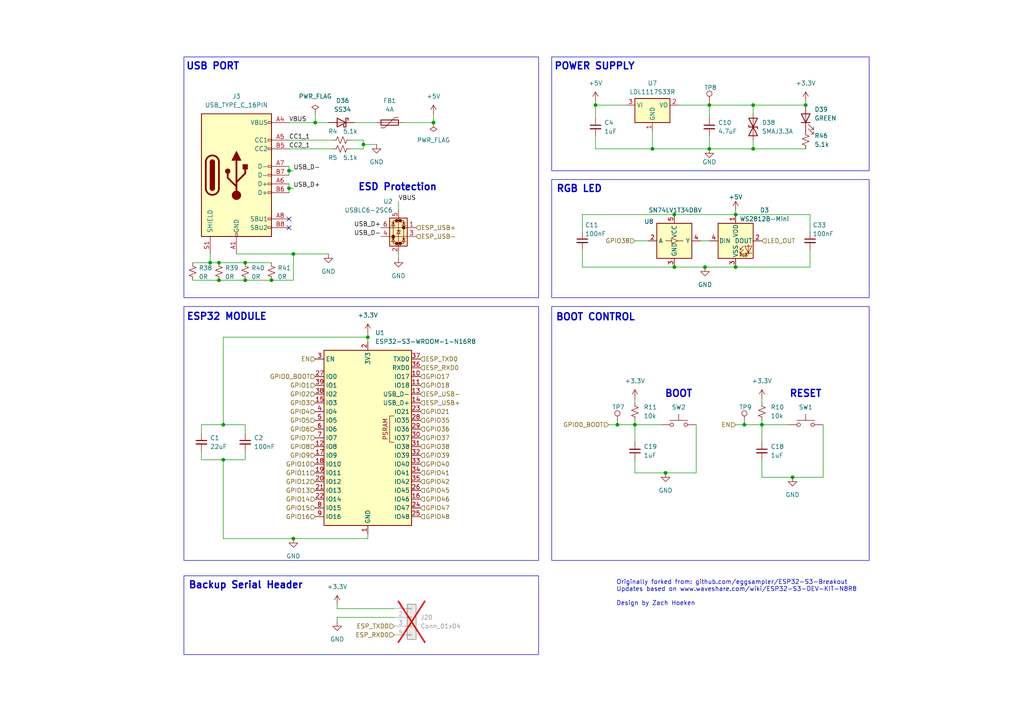
<source format=kicad_sch>
(kicad_sch (version 20250114) (generator "eeschema") (generator_version "9.0")
  (paper "A4")
  (title_block (title "https://github.com/hoeken/brineomatic") (date "2025-08-28") (rev "C"))
  (lib_symbols
    (symbol "Connector:TestPoint" (pin_numbers (hide yes)) (pin_names (offset 0.762) (hide yes))
      (property "Reference" "TP" (at 0 6.858 0))
      (property "Value" "TestPoint" (at 0 5.08 0))
      (symbol "TestPoint_0_1"
        (circle (center 0 3.302) (radius 0.762))
      )
      (symbol "TestPoint_1_1"
        (pin passive line (at 0 0 90) (length 2.54) (name "1") (number "1"))
      )
    )
    (symbol "Connector:USB_C_Receptacle_USB2.0_16P" (pin_names (offset 1.016))
      (property "Reference" "J" (at 0 22.225 0))
      (property "Value" "USB_C_Receptacle_USB2.0_16P" (at 0 19.685 0))
      (symbol "USB_C_Receptacle_USB2.0_16P_0_0"
        (rectangle (start -0.254 -17.78) (end 0.254 -16.764))
        (rectangle (start 10.16 15.494) (end 9.144 14.986))
        (rectangle (start 10.16 10.414) (end 9.144 9.906))
        (rectangle (start 10.16 7.874) (end 9.144 7.366))
        (rectangle (start 10.16 2.794) (end 9.144 2.286))
        (rectangle (start 10.16 0.254) (end 9.144 -0.254))
        (rectangle (start 10.16 -2.286) (end 9.144 -2.794))
        (rectangle (start 10.16 -4.826) (end 9.144 -5.334))
        (rectangle (start 10.16 -12.446) (end 9.144 -12.954))
        (rectangle (start 10.16 -14.986) (end 9.144 -15.494))
      )
      (symbol "USB_C_Receptacle_USB2.0_16P_0_1"
        (rectangle (start -10.16 17.78) (end 10.16 -17.78) (stroke (width 0.254)) (fill (type background)))
        (polyline (pts (xy -8.89 -3.81) (xy -8.89 3.81)) (stroke (width 0.508)))
        (rectangle (start -7.62 -3.81) (end -6.35 3.81) (stroke (width 0.254)) (fill (type outline)))
        (arc (start -7.62 3.81) (mid -6.985 4.4423) (end -6.35 3.81) (stroke (width 0.254)))
        (arc (start -7.62 3.81) (mid -6.985 4.4423) (end -6.35 3.81) (stroke (width 0.254)) (fill (type outline)))
        (arc (start -8.89 3.81) (mid -6.985 5.7067) (end -5.08 3.81) (stroke (width 0.508)))
        (arc (start -5.08 -3.81) (mid -6.985 -5.7067) (end -8.89 -3.81) (stroke (width 0.508)))
        (arc (start -6.35 -3.81) (mid -6.985 -4.4423) (end -7.62 -3.81) (stroke (width 0.254)))
        (arc (start -6.35 -3.81) (mid -6.985 -4.4423) (end -7.62 -3.81) (stroke (width 0.254)) (fill (type outline)))
        (polyline (pts (xy -5.08 3.81) (xy -5.08 -3.81)) (stroke (width 0.508)))
        (circle (center -2.54 1.143) (radius 0.635) (stroke (width 0.254)) (fill (type outline)))
        (polyline (pts (xy -1.27 4.318) (xy 0 6.858) (xy 1.27 4.318) (xy -1.27 4.318)) (stroke (width 0.254)) (fill (type outline)))
        (polyline (pts (xy 0 -2.032) (xy 2.54 0.508) (xy 2.54 1.778)) (stroke (width 0.508)))
        (polyline (pts (xy 0 -3.302) (xy -2.54 -0.762) (xy -2.54 0.508)) (stroke (width 0.508)))
        (polyline (pts (xy 0 -5.842) (xy 0 4.318)) (stroke (width 0.508)))
        (circle (center 0 -5.842) (radius 1.27) (fill (type outline)))
        (rectangle (start 1.905 1.778) (end 3.175 3.048) (stroke (width 0.254)) (fill (type outline)))
      )
      (symbol "USB_C_Receptacle_USB2.0_16P_1_1"
        (pin passive line (at -7.62 -22.86 90) (length 5.08) (name "SHIELD") (number "S1"))
        (pin passive line (at 0 -22.86 90) (length 5.08) (name "GND") (number "A1"))
        (pin passive line (at 0 -22.86 90) (length 5.08) (hide yes) (name "GND") (number "A12"))
        (pin passive line (at 0 -22.86 90) (length 5.08) (hide yes) (name "GND") (number "B1"))
        (pin passive line (at 0 -22.86 90) (length 5.08) (hide yes) (name "GND") (number "B12"))
        (pin passive line (at 15.24 15.24 180) (length 5.08) (name "VBUS") (number "A4"))
        (pin passive line (at 15.24 15.24 180) (length 5.08) (hide yes) (name "VBUS") (number "A9"))
        (pin passive line (at 15.24 15.24 180) (length 5.08) (hide yes) (name "VBUS") (number "B4"))
        (pin passive line (at 15.24 15.24 180) (length 5.08) (hide yes) (name "VBUS") (number "B9"))
        (pin bidirectional line (at 15.24 10.16 180) (length 5.08) (name "CC1") (number "A5"))
        (pin bidirectional line (at 15.24 7.62 180) (length 5.08) (name "CC2") (number "B5"))
        (pin bidirectional line (at 15.24 2.54 180) (length 5.08) (name "D-") (number "A7"))
        (pin bidirectional line (at 15.24 0 180) (length 5.08) (name "D-") (number "B7"))
        (pin bidirectional line (at 15.24 -2.54 180) (length 5.08) (name "D+") (number "A6"))
        (pin bidirectional line (at 15.24 -5.08 180) (length 5.08) (name "D+") (number "B6"))
        (pin bidirectional line (at 15.24 -12.7 180) (length 5.08) (name "SBU1") (number "A8"))
        (pin bidirectional line (at 15.24 -15.24 180) (length 5.08) (name "SBU2") (number "B8"))
      )
    )
    (symbol "Connector_Generic:Conn_01x04" (pin_names (offset 1.016) (hide yes))
      (property "Reference" "J" (at 0 5.08 0))
      (property "Value" "Conn_01x04" (at 0 -7.62 0))
      (symbol "Conn_01x04_1_1"
        (rectangle (start -1.27 3.81) (end 1.27 -6.35) (stroke (width 0.254)) (fill (type background)))
        (rectangle (start -1.27 2.667) (end 0 2.413) (stroke (width 0.1524)))
        (rectangle (start -1.27 0.127) (end 0 -0.127) (stroke (width 0.1524)))
        (rectangle (start -1.27 -2.413) (end 0 -2.667) (stroke (width 0.1524)))
        (rectangle (start -1.27 -4.953) (end 0 -5.207) (stroke (width 0.1524)))
        (pin passive line (at -5.08 2.54 0) (length 3.81) (name "Pin_1") (number "1"))
        (pin passive line (at -5.08 0 0) (length 3.81) (name "Pin_2") (number "2"))
        (pin passive line (at -5.08 -2.54 0) (length 3.81) (name "Pin_3") (number "3"))
        (pin passive line (at -5.08 -5.08 0) (length 3.81) (name "Pin_4") (number "4"))
      )
    )
    (symbol "Device:C_Small" (pin_numbers (hide yes)) (pin_names (offset 0.254) (hide yes))
      (property "Reference" "C" (at 0.254 1.778 0))
      (property "Value" "C_Small" (at 0.254 -2.032 0))
      (symbol "C_Small_0_1"
        (polyline (pts (xy -1.524 0.508) (xy 1.524 0.508)) (stroke (width 0.3048)))
        (polyline (pts (xy -1.524 -0.508) (xy 1.524 -0.508)) (stroke (width 0.3302)))
      )
      (symbol "C_Small_1_1"
        (pin passive line (at 0 2.54 270) (length 2.032) (name "~") (number "1"))
        (pin passive line (at 0 -2.54 90) (length 2.032) (name "~") (number "2"))
      )
    )
    (symbol "Device:D_TVS" (pin_numbers (hide yes)) (pin_names (offset 1.016) (hide yes))
      (property "Reference" "D" (at 0 2.54 0))
      (property "Value" "D_TVS" (at 0 -2.54 0))
      (symbol "D_TVS_0_1"
        (polyline (pts (xy -2.54 1.27) (xy -2.54 -1.27) (xy 2.54 1.27) (xy 2.54 -1.27) (xy -2.54 1.27)) (stroke (width 0.254)))
        (polyline (pts (xy 0.508 1.27) (xy 0 1.27) (xy 0 -1.27) (xy -0.508 -1.27)) (stroke (width 0.254)))
        (polyline (pts (xy 1.27 0) (xy -1.27 0)))
      )
      (symbol "D_TVS_1_1"
        (pin passive line (at -3.81 0 0) (length 2.54) (name "A1") (number "1"))
        (pin passive line (at 3.81 0 180) (length 2.54) (name "A2") (number "2"))
      )
    )
    (symbol "Device:LED" (pin_numbers (hide yes)) (pin_names (offset 1.016) (hide yes))
      (property "Reference" "D" (at 0 2.54 0))
      (property "Value" "LED" (at 0 -2.54 0))
      (symbol "LED_0_1"
        (polyline (pts (xy -3.048 -0.762) (xy -4.572 -2.286) (xy -3.81 -2.286) (xy -4.572 -2.286) (xy -4.572 -1.524)))
        (polyline (pts (xy -1.778 -0.762) (xy -3.302 -2.286) (xy -2.54 -2.286) (xy -3.302 -2.286) (xy -3.302 -1.524)))
        (polyline (pts (xy -1.27 0) (xy 1.27 0)))
        (polyline (pts (xy -1.27 -1.27) (xy -1.27 1.27)) (stroke (width 0.254)))
        (polyline (pts (xy 1.27 -1.27) (xy 1.27 1.27) (xy -1.27 0) (xy 1.27 -1.27)) (stroke (width 0.254)))
      )
      (symbol "LED_1_1"
        (pin passive line (at -3.81 0 0) (length 2.54) (name "K") (number "1"))
        (pin passive line (at 3.81 0 180) (length 2.54) (name "A") (number "2"))
      )
    )
    (symbol "Device:Polyfuse" (pin_numbers (hide yes)) (pin_names (offset 0))
      (property "Reference" "F" (at -2.54 0 90))
      (property "Value" "Polyfuse" (at 2.54 0 90))
      (symbol "Polyfuse_0_1"
        (polyline (pts (xy -1.524 2.54) (xy -1.524 1.524) (xy 1.524 -1.524) (xy 1.524 -2.54)))
        (rectangle (start -0.762 2.54) (end 0.762 -2.54) (stroke (width 0.254)))
        (polyline (pts (xy 0 2.54) (xy 0 -2.54)))
      )
      (symbol "Polyfuse_1_1"
        (pin passive line (at 0 3.81 270) (length 1.27) (name "~") (number "1"))
        (pin passive line (at 0 -3.81 90) (length 1.27) (name "~") (number "2"))
      )
    )
    (symbol "Device:R_Small_US" (pin_numbers (hide yes)) (pin_names (offset 0.254) (hide yes))
      (property "Reference" "R" (at 0.762 0.508 0))
      (property "Value" "R_Small_US" (at 0.762 -1.016 0))
      (symbol "R_Small_US_1_1"
        (polyline (pts (xy 0 1.524) (xy 1.016 1.143) (xy 0 0.762) (xy -1.016 0.381) (xy 0 0)))
        (polyline (pts (xy 0 0) (xy 1.016 -0.381) (xy 0 -0.762) (xy -1.016 -1.143) (xy 0 -1.524)))
        (pin passive line (at 0 2.54 270) (length 1.016) (name "~") (number "1"))
        (pin passive line (at 0 -2.54 90) (length 1.016) (name "~") (number "2"))
      )
    )
    (symbol "Diode:SS36" (pin_numbers (hide yes)) (pin_names (offset 1.016) (hide yes))
      (property "Reference" "D" (at 0 2.54 0))
      (property "Value" "SS36" (at 0 -2.54 0))
      (symbol "SS36_0_1"
        (polyline (pts (xy -1.905 0.635) (xy -1.905 1.27) (xy -1.27 1.27) (xy -1.27 -1.27) (xy -0.635 -1.27) (xy -0.635 -0.635)) (stroke (width 0.254)))
        (polyline (pts (xy 1.27 1.27) (xy 1.27 -1.27) (xy -1.27 0) (xy 1.27 1.27)) (stroke (width 0.254)))
        (polyline (pts (xy 1.27 0) (xy -1.27 0)))
      )
      (symbol "SS36_1_1"
        (pin passive line (at -3.81 0 0) (length 2.54) (name "K") (number "1"))
        (pin passive line (at 3.81 0 180) (length 2.54) (name "A") (number "2"))
      )
    )
    (symbol "LED:WS2812B" (pin_names (offset 0.254))
      (property "Reference" "D" (at 5.08 5.715 0))
      (property "Value" "WS2812B" (at 1.27 -5.715 0))
      (symbol "WS2812B_0_0"
        (text "RGB" (at 2.286 -4.191 0) (effects (font (size 0.762 0.762))))
      )
      (symbol "WS2812B_0_1"
        (polyline (pts (xy 1.27 -2.54) (xy 1.778 -2.54)))
        (polyline (pts (xy 1.27 -3.556) (xy 1.778 -3.556)))
        (polyline (pts (xy 2.286 -1.524) (xy 1.27 -2.54) (xy 1.27 -2.032)))
        (polyline (pts (xy 2.286 -2.54) (xy 1.27 -3.556) (xy 1.27 -3.048)))
        (polyline (pts (xy 3.683 -1.016) (xy 3.683 -3.556) (xy 3.683 -4.064)))
        (polyline (pts (xy 4.699 -1.524) (xy 2.667 -1.524) (xy 3.683 -3.556) (xy 4.699 -1.524)))
        (polyline (pts (xy 4.699 -3.556) (xy 2.667 -3.556)))
        (rectangle (start 5.08 5.08) (end -5.08 -5.08) (stroke (width 0.254)) (fill (type background)))
      )
      (symbol "WS2812B_1_1"
        (pin input line (at -7.62 0 0) (length 2.54) (name "DIN") (number "4"))
        (pin power_in line (at 0 7.62 270) (length 2.54) (name "VDD") (number "1"))
        (pin power_in line (at 0 -7.62 90) (length 2.54) (name "VSS") (number "3"))
        (pin output line (at 7.62 0 180) (length 2.54) (name "DOUT") (number "2"))
      )
    )
    (symbol "Logic_LevelTranslator:SN74LV1T34DBV"
      (property "Reference" "U" (at 5.08 6.35 0))
      (property "Value" "SN74LV1T34DBV" (at 5.08 3.81 0))
      (symbol "SN74LV1T34DBV_0_1"
        (rectangle (start -5.08 5.08) (end 5.08 -5.08) (stroke (width 0.254)) (fill (type background)))
        (polyline (pts (xy -0.762 0) (xy -2.54 0)))
        (polyline (pts (xy 1.016 0) (xy 2.54 0)))
      )
      (symbol "SN74LV1T34DBV_1_1"
        (polyline (pts (xy -0.762 -0.762) (xy -0.762 0.762) (xy 1.016 0) (xy -0.762 -0.762)))
        (pin input line (at -7.62 0 0) (length 2.54) (name "A") (number "2"))
        (pin no_connect line (at -5.08 2.54 0) (length 2.54) (hide yes) (name "NC") (number "1"))
        (pin power_in line (at 0 7.62 270) (length 2.54) (name "VCC") (number "5"))
        (pin power_in line (at 0 -7.62 90) (length 2.54) (name "GND") (number "3"))
        (pin output line (at 7.62 0 180) (length 2.54) (name "Y") (number "4"))
      )
    )
    (symbol "RF_Module:ESP32-S3-WROOM-1"
      (property "Reference" "U" (at -12.7 26.67 0))
      (property "Value" "ESP32-S3-WROOM-1" (at 12.7 26.67 0))
      (symbol "ESP32-S3-WROOM-1_0_0"
        (rectangle (start -12.7 25.4) (end 12.7 -25.4) (stroke (width 0.254)) (fill (type background)))
        (text "PSRAM" (at 5.08 2.54 900) (effects (font (size 1.27 1.27))))
      )
      (symbol "ESP32-S3-WROOM-1_0_1"
        (polyline (pts (xy 7.62 -1.27) (xy 6.35 -1.27) (xy 6.35 6.35) (xy 7.62 6.35)))
      )
      (symbol "ESP32-S3-WROOM-1_1_1"
        (pin input line (at -15.24 22.86 0) (length 2.54) (name "EN") (number "3"))
        (pin bidirectional line (at -15.24 17.78 0) (length 2.54) (name "IO0") (number "27"))
        (pin bidirectional line (at -15.24 15.24 0) (length 2.54) (name "IO1") (number "39"))
        (pin bidirectional line (at -15.24 12.7 0) (length 2.54) (name "IO2") (number "38"))
        (pin bidirectional line (at -15.24 10.16 0) (length 2.54) (name "IO3") (number "15"))
        (pin bidirectional line (at -15.24 7.62 0) (length 2.54) (name "IO4") (number "4"))
        (pin bidirectional line (at -15.24 5.08 0) (length 2.54) (name "IO5") (number "5"))
        (pin bidirectional line (at -15.24 2.54 0) (length 2.54) (name "IO6") (number "6"))
        (pin bidirectional line (at -15.24 0 0) (length 2.54) (name "IO7") (number "7"))
        (pin bidirectional line (at -15.24 -2.54 0) (length 2.54) (name "IO8") (number "12"))
        (pin bidirectional line (at -15.24 -5.08 0) (length 2.54) (name "IO9") (number "17"))
        (pin bidirectional line (at -15.24 -7.62 0) (length 2.54) (name "IO10") (number "18"))
        (pin bidirectional line (at -15.24 -10.16 0) (length 2.54) (name "IO11") (number "19"))
        (pin bidirectional line (at -15.24 -12.7 0) (length 2.54) (name "IO12") (number "20"))
        (pin bidirectional line (at -15.24 -15.24 0) (length 2.54) (name "IO13") (number "21"))
        (pin bidirectional line (at -15.24 -17.78 0) (length 2.54) (name "IO14") (number "22"))
        (pin bidirectional line (at -15.24 -20.32 0) (length 2.54) (name "IO15") (number "8"))
        (pin bidirectional line (at -15.24 -22.86 0) (length 2.54) (name "IO16") (number "9"))
        (pin power_in line (at 0 27.94 270) (length 2.54) (name "3V3") (number "2"))
        (pin power_in line (at 0 -27.94 90) (length 2.54) (name "GND") (number "1"))
        (pin passive line (at 0 -27.94 90) (length 2.54) (hide yes) (name "GND") (number "40"))
        (pin passive line (at 0 -27.94 90) (length 2.54) (hide yes) (name "GND") (number "41"))
        (pin bidirectional line (at 15.24 22.86 180) (length 2.54) (name "TXD0") (number "37"))
        (pin bidirectional line (at 15.24 20.32 180) (length 2.54) (name "RXD0") (number "36"))
        (pin bidirectional line (at 15.24 17.78 180) (length 2.54) (name "IO17") (number "10"))
        (pin bidirectional line (at 15.24 15.24 180) (length 2.54) (name "IO18") (number "11"))
        (pin bidirectional line (at 15.24 12.7 180) (length 2.54) (name "USB_D-") (number "13"))
        (pin bidirectional line (at 15.24 10.16 180) (length 2.54) (name "USB_D+") (number "14"))
        (pin bidirectional line (at 15.24 7.62 180) (length 2.54) (name "IO21") (number "23"))
        (pin bidirectional line (at 15.24 5.08 180) (length 2.54) (name "IO35") (number "28"))
        (pin bidirectional line (at 15.24 2.54 180) (length 2.54) (name "IO36") (number "29"))
        (pin bidirectional line (at 15.24 0 180) (length 2.54) (name "IO37") (number "30"))
        (pin bidirectional line (at 15.24 -2.54 180) (length 2.54) (name "IO38") (number "31"))
        (pin bidirectional line (at 15.24 -5.08 180) (length 2.54) (name "IO39") (number "32"))
        (pin bidirectional line (at 15.24 -7.62 180) (length 2.54) (name "IO40") (number "33"))
        (pin bidirectional line (at 15.24 -10.16 180) (length 2.54) (name "IO41") (number "34"))
        (pin bidirectional line (at 15.24 -12.7 180) (length 2.54) (name "IO42") (number "35"))
        (pin bidirectional line (at 15.24 -15.24 180) (length 2.54) (name "IO45") (number "26"))
        (pin bidirectional line (at 15.24 -17.78 180) (length 2.54) (name "IO46") (number "16"))
        (pin bidirectional line (at 15.24 -20.32 180) (length 2.54) (name "IO47") (number "24"))
        (pin bidirectional line (at 15.24 -22.86 180) (length 2.54) (name "IO48") (number "25"))
      )
    )
    (symbol "Regulator_Linear:AMS1117-3.3"
      (property "Reference" "U" (at -3.81 3.175 0))
      (property "Value" "AMS1117-3.3" (at 0 3.175 0))
      (symbol "AMS1117-3.3_0_1"
        (rectangle (start -5.08 -5.08) (end 5.08 1.905) (stroke (width 0.254)) (fill (type background)))
      )
      (symbol "AMS1117-3.3_1_1"
        (pin power_in line (at -7.62 0 0) (length 2.54) (name "VI") (number "3"))
        (pin power_in line (at 0 -7.62 90) (length 2.54) (name "GND") (number "1"))
        (pin power_out line (at 7.62 0 180) (length 2.54) (name "VO") (number "2"))
      )
    )
    (symbol "Switch:SW_Push" (pin_numbers (hide yes)) (pin_names (offset 1.016) (hide yes))
      (property "Reference" "SW" (at 1.27 2.54 0))
      (property "Value" "SW_Push" (at 0 -1.524 0))
      (symbol "SW_Push_0_1"
        (circle (center -2.032 0) (radius 0.508))
        (polyline (pts (xy 0 1.27) (xy 0 3.048)))
        (circle (center 2.032 0) (radius 0.508))
        (polyline (pts (xy 2.54 1.27) (xy -2.54 1.27)))
        (pin passive line (at -5.08 0 0) (length 2.54) (name "1") (number "1"))
        (pin passive line (at 5.08 0 180) (length 2.54) (name "2") (number "2"))
      )
    )
    (symbol "USBLC6-2SC6_1" (pin_names (hide yes))
      (property "Reference" "U" (at 0.635 5.715 0))
      (property "Value" "USBLC6-2SC6" (at 0.635 3.81 0))
      (symbol "USBLC6-2SC6_1_0_0"
        (circle (center -1.524 0) (radius 0.0001) (stroke (width 0.508)))
        (circle (center -0.508 2.032) (radius 0.0001) (stroke (width 0.508)))
        (circle (center -0.508 -4.572) (radius 0.0001) (stroke (width 0.508)))
        (circle (center 0.508 2.032) (radius 0.0001) (stroke (width 0.508)))
        (circle (center 0.508 -4.572) (radius 0.0001) (stroke (width 0.508)))
        (circle (center 1.524 -2.54) (radius 0.0001) (stroke (width 0.508)))
      )
      (symbol "USBLC6-2SC6_1_0_1"
        (polyline (pts (xy -2.54 0) (xy 2.54 0)))
        (polyline (pts (xy -2.54 -2.54) (xy 2.54 -2.54)))
        (polyline (pts (xy -2.032 0.508) (xy -1.016 0.508) (xy -1.524 1.524) (xy -2.032 0.508)))
        (polyline (pts (xy -2.032 -3.048) (xy -1.016 -3.048)))
        (polyline (pts (xy -1.016 1.524) (xy -2.032 1.524)))
        (polyline (pts (xy -1.016 -4.064) (xy -2.032 -4.064) (xy -1.524 -3.048) (xy -1.016 -4.064)))
        (polyline (pts (xy -0.508 -1.143) (xy -0.508 -0.762) (xy 0.508 -0.762)))
        (polyline (pts (xy 0 2.54) (xy -0.508 2.032) (xy 0.508 2.032) (xy 0 1.524) (xy 0 -4.064) (xy -0.508 -4.572) (xy 0.508 -4.572) (xy 0 -5.08)))
        (polyline (pts (xy 0.508 -1.778) (xy -0.508 -1.778) (xy 0 -0.762) (xy 0.508 -1.778)))
        (polyline (pts (xy 1.016 1.524) (xy 2.032 1.524)))
        (polyline (pts (xy 1.016 -3.048) (xy 2.032 -3.048)))
        (polyline (pts (xy 2.032 0.508) (xy 1.016 0.508) (xy 1.524 1.524) (xy 2.032 0.508)))
        (polyline (pts (xy 2.032 -4.064) (xy 1.016 -4.064) (xy 1.524 -3.048) (xy 2.032 -4.064)))
      )
      (symbol "USBLC6-2SC6_1_1_1"
        (rectangle (start -2.54 2.794) (end 2.54 -5.334) (stroke (width 0.254)) (fill (type background)))
        (polyline (pts (xy -0.508 2.032) (xy -1.524 2.032) (xy -1.524 -4.572) (xy -0.508 -4.572)))
        (polyline (pts (xy 0.508 -4.572) (xy 1.524 -4.572) (xy 1.524 2.032) (xy 0.508 2.032)))
        (pin passive line (at -5.08 0 0) (length 2.54) (name "I/O1") (number "1"))
        (pin passive line (at -5.08 -2.54 0) (length 2.54) (name "I/O2") (number "3"))
        (pin passive line (at 0 5.08 270) (length 2.54) (name "VBUS") (number "5"))
        (pin passive line (at 0 -7.62 90) (length 2.54) (name "GND") (number "2"))
        (pin passive line (at 5.08 0 180) (length 2.54) (name "I/O1") (number "6"))
        (pin passive line (at 5.08 -2.54 180) (length 2.54) (name "I/O2") (number "4"))
      )
    )
    (symbol "power:+3.3V" (power) (pin_numbers (hide yes)) (pin_names (offset 0) (hide yes))
      (property "Value" "+3.3V" (at 0 3.556 0))
      (symbol "+3.3V_0_1"
        (polyline (pts (xy -0.762 1.27) (xy 0 2.54)))
        (polyline (pts (xy 0 2.54) (xy 0.762 1.27)))
        (polyline (pts (xy 0 0) (xy 0 2.54)))
      )
      (symbol "+3.3V_1_1"
        (pin power_in line (at 0 0 90) (length 0) (name "~") (number "1"))
      )
    )
    (symbol "power:+5V" (power) (pin_numbers (hide yes)) (pin_names (offset 0) (hide yes))
      (property "Value" "+5V" (at 0 3.556 0))
      (symbol "+5V_0_1"
        (polyline (pts (xy -0.762 1.27) (xy 0 2.54)))
        (polyline (pts (xy 0 2.54) (xy 0.762 1.27)))
        (polyline (pts (xy 0 0) (xy 0 2.54)))
      )
      (symbol "+5V_1_1"
        (pin power_in line (at 0 0 90) (length 0) (name "~") (number "1"))
      )
    )
    (symbol "power:GND" (power) (pin_numbers (hide yes)) (pin_names (offset 0) (hide yes))
      (property "Value" "GND" (at 0 -3.81 0))
      (symbol "GND_0_1"
        (polyline (pts (xy 0 0) (xy 0 -1.27) (xy 1.27 -1.27) (xy 0 -2.54) (xy -1.27 -1.27) (xy 0 -1.27)))
      )
      (symbol "GND_1_1"
        (pin power_in line (at 0 0 270) (length 0) (name "~") (number "1"))
      )
    )
    (symbol "power:PWR_FLAG" (power) (pin_numbers (hide yes)) (pin_names (offset 0) (hide yes))
      (property "Value" "PWR_FLAG" (at 0 3.81 0))
      (symbol "PWR_FLAG_0_0"
        (pin power_out line (at 0 0 90) (length 0) (name "pwr") (number "1"))
      )
      (symbol "PWR_FLAG_0_1"
        (polyline (pts (xy 0 0) (xy 0 1.27) (xy -1.016 1.905) (xy 0 2.54) (xy 1.016 1.905) (xy 0 1.27)))
      )
    )
  )
  (rectangle (start 53.34 16.51) (end 156.21 86.36))
  (rectangle (start 160.02 88.9) (end 252.095 162.56))
  (rectangle (start 160.02 16.51) (end 252.095 49.53))
  (rectangle (start 53.34 88.9) (end 156.21 162.56))
  (rectangle (start 160.02 52.07) (end 252.095 86.36))
  (rectangle (start 53.34 167.005) (end 156.21 189.865))
  (text "RESET" (at 233.68 114.3 0) (effects (font (size 2 2) (thickness 0.4) (bold yes))))
  (text "BOOT CONTROL" (at 172.72 92.075 0) (effects (font (size 2 2) (thickness 0.4) (bold yes))))
  (text "ESD Protection" (at 115.316 54.356 0) (effects (font (size 2 2) (thickness 0.4) (bold yes))))
  (text "Backup Serial Header" (at 54.61 169.799 0) (effects (font (size 2 2) (thickness 0.4) (bold yes)) (justify left)))
  (text "ESP32 MODULE" (at 65.786 91.948 0) (effects (font (size 2 2) (thickness 0.4) (bold yes))))
  (text "BOOT" (at 196.85 114.3 0) (effects (font (size 2 2) (thickness 0.4) (bold yes))))
  (text "RGB LED" (at 161.29 54.864 0) (effects (font (size 2 2) (thickness 0.4) (bold yes)) (justify left)))
  (text "POWER SUPPLY" (at 172.466 19.304 0) (effects (font (size 2 2) (thickness 0.4) (bold yes))))
  (text "USB PORT" (at 61.722 19.304 0) (effects (font (size 2 2) (thickness 0.4) (bold yes))))
  (text_box "Originally forked from: github.com/eggsampler/ESP32-S3-Breakout\nUpdates based on www.waveshare.com/wiki/ESP32-S3-DEV-KIT-N8R8\n\nDesign by Zach Hoeken" (at 177.8 167.005 0) (size 105.41 13.97) (margins 0.9525 0.9525 0.9525 0.9525) (stroke (width -0.0001)) (effects (font (size 1.27 1.27)) (justify left top)))
  (junction (at 205.74 30.48))
  (junction (at 85.09 73.66))
  (junction (at 63.5 81.28))
  (junction (at 204.47 77.47))
  (junction (at 220.98 123.19))
  (junction (at 233.68 30.48))
  (junction (at 195.58 62.23))
  (junction (at 125.73 35.56))
  (junction (at 195.58 77.47))
  (junction (at 218.44 30.48))
  (junction (at 215.9 123.19))
  (junction (at 83.82 54.61))
  (junction (at 83.82 49.53))
  (junction (at 91.44 35.56))
  (junction (at 71.12 76.2))
  (junction (at 184.15 123.19))
  (junction (at 85.09 156.21))
  (junction (at 172.72 30.48))
  (junction (at 213.36 77.47))
  (junction (at 105.41 41.91))
  (junction (at 64.77 133.35))
  (junction (at 63.5 76.2))
  (junction (at 205.74 43.18))
  (junction (at 213.36 62.23))
  (junction (at 71.12 81.28))
  (junction (at 193.04 137.16))
  (junction (at 189.23 43.18))
  (junction (at 229.87 138.43))
  (junction (at 179.07 123.19))
  (junction (at 78.74 81.28))
  (junction (at 64.77 123.19))
  (junction (at 106.68 97.79))
  (junction (at 60.96 76.2))
  (junction (at 218.44 43.18))
  (no_connect (at 83.82 63.5))
  (no_connect (at 83.82 66.04))
  (wire (pts (xy 172.72 29.21) (xy 172.72 30.48)))
  (wire (pts (xy 83.82 53.34) (xy 83.82 54.61)))
  (wire (pts (xy 85.09 81.28) (xy 85.09 73.66)))
  (wire (pts (xy 218.44 30.48) (xy 218.44 33.02)))
  (wire (pts (xy 83.82 48.26) (xy 83.82 49.53)))
  (wire (pts (xy 172.72 39.37) (xy 172.72 43.18)))
  (wire (pts (xy 220.98 123.19) (xy 220.98 128.27)))
  (wire (pts (xy 179.07 123.19) (xy 184.15 123.19)))
  (wire (pts (xy 91.44 33.02) (xy 91.44 35.56)))
  (wire (pts (xy 213.36 60.96) (xy 213.36 62.23)))
  (wire (pts (xy 234.95 77.47) (xy 234.95 72.39)))
  (wire (pts (xy 114.3 179.07) (xy 97.79 179.07)))
  (wire (pts (xy 187.96 69.85) (xy 184.15 69.85)))
  (wire (pts (xy 168.91 72.39) (xy 168.91 77.47)))
  (wire (pts (xy 71.12 76.2) (xy 78.74 76.2)))
  (wire (pts (xy 220.98 133.35) (xy 220.98 138.43)))
  (wire (pts (xy 205.74 43.18) (xy 218.44 43.18)))
  (wire (pts (xy 64.77 133.35) (xy 71.12 133.35)))
  (wire (pts (xy 220.98 121.92) (xy 220.98 123.19)))
  (wire (pts (xy 205.74 30.48) (xy 205.74 34.29)))
  (wire (pts (xy 106.68 96.52) (xy 106.68 97.79)))
  (wire (pts (xy 106.68 97.79) (xy 106.68 99.06)))
  (wire (pts (xy 213.36 77.47) (xy 204.47 77.47)))
  (wire (pts (xy 125.73 35.56) (xy 125.73 33.02)))
  (wire (pts (xy 203.2 69.85) (xy 205.74 69.85)))
  (wire (pts (xy 58.42 133.35) (xy 64.77 133.35)))
  (wire (pts (xy 205.74 43.18) (xy 205.74 39.37)))
  (wire (pts (xy 213.36 62.23) (xy 234.95 62.23)))
  (wire (pts (xy 193.04 137.16) (xy 184.15 137.16)))
  (wire (pts (xy 218.44 43.18) (xy 218.44 40.64)))
  (wire (pts (xy 215.9 123.19) (xy 220.98 123.19)))
  (wire (pts (xy 101.6 43.18) (xy 105.41 43.18)))
  (wire (pts (xy 85.09 73.66) (xy 68.58 73.66)))
  (wire (pts (xy 201.93 123.19) (xy 201.93 137.16)))
  (wire (pts (xy 172.72 43.18) (xy 189.23 43.18)))
  (wire (pts (xy 184.15 123.19) (xy 191.77 123.19)))
  (wire (pts (xy 58.42 130.81) (xy 58.42 133.35)))
  (wire (pts (xy 114.3 176.53) (xy 97.79 176.53)))
  (wire (pts (xy 176.53 123.19) (xy 179.07 123.19)))
  (wire (pts (xy 91.44 35.56) (xy 95.25 35.56)))
  (wire (pts (xy 83.82 35.56) (xy 91.44 35.56)))
  (wire (pts (xy 63.5 81.28) (xy 71.12 81.28)))
  (wire (pts (xy 58.42 123.19) (xy 64.77 123.19)))
  (wire (pts (xy 115.57 74.93) (xy 115.57 73.66)))
  (wire (pts (xy 63.5 76.2) (xy 71.12 76.2)))
  (wire (pts (xy 55.88 76.2) (xy 60.96 76.2)))
  (wire (pts (xy 71.12 130.81) (xy 71.12 133.35)))
  (wire (pts (xy 60.96 73.66) (xy 60.96 76.2)))
  (wire (pts (xy 220.98 138.43) (xy 229.87 138.43)))
  (wire (pts (xy 83.82 49.53) (xy 85.09 49.53)))
  (wire (pts (xy 218.44 43.18) (xy 233.68 43.18)))
  (wire (pts (xy 196.85 30.48) (xy 205.74 30.48)))
  (wire (pts (xy 213.36 123.19) (xy 215.9 123.19)))
  (wire (pts (xy 101.6 40.64) (xy 105.41 40.64)))
  (wire (pts (xy 116.84 35.56) (xy 125.73 35.56)))
  (wire (pts (xy 213.36 77.47) (xy 234.95 77.47)))
  (wire (pts (xy 71.12 81.28) (xy 78.74 81.28)))
  (wire (pts (xy 71.12 125.73) (xy 71.12 123.19)))
  (wire (pts (xy 106.68 156.21) (xy 106.68 154.94)))
  (wire (pts (xy 220.98 123.19) (xy 228.6 123.19)))
  (wire (pts (xy 78.74 81.28) (xy 85.09 81.28)))
  (wire (pts (xy 83.82 49.53) (xy 83.82 50.8)))
  (wire (pts (xy 184.15 123.19) (xy 184.15 128.27)))
  (wire (pts (xy 60.96 76.2) (xy 63.5 76.2)))
  (wire (pts (xy 172.72 34.29) (xy 172.72 30.48)))
  (wire (pts (xy 105.41 41.91) (xy 105.41 43.18)))
  (wire (pts (xy 233.68 29.21) (xy 233.68 30.48)))
  (wire (pts (xy 64.77 156.21) (xy 85.09 156.21)))
  (wire (pts (xy 234.95 62.23) (xy 234.95 67.31)))
  (wire (pts (xy 205.74 30.48) (xy 218.44 30.48)))
  (wire (pts (xy 115.57 58.42) (xy 115.57 60.96)))
  (wire (pts (xy 83.82 54.61) (xy 85.09 54.61)))
  (wire (pts (xy 95.25 73.66) (xy 85.09 73.66)))
  (wire (pts (xy 205.74 43.18) (xy 189.23 43.18)))
  (wire (pts (xy 220.98 115.57) (xy 220.98 116.84)))
  (wire (pts (xy 97.79 179.07) (xy 97.79 180.34)))
  (wire (pts (xy 83.82 54.61) (xy 83.82 55.88)))
  (wire (pts (xy 55.88 81.28) (xy 63.5 81.28)))
  (wire (pts (xy 184.15 115.57) (xy 184.15 116.84)))
  (wire (pts (xy 58.42 125.73) (xy 58.42 123.19)))
  (wire (pts (xy 168.91 62.23) (xy 168.91 67.31)))
  (wire (pts (xy 105.41 40.64) (xy 105.41 41.91)))
  (wire (pts (xy 102.87 35.56) (xy 109.22 35.56)))
  (wire (pts (xy 105.41 41.91) (xy 109.22 41.91)))
  (wire (pts (xy 64.77 133.35) (xy 64.77 156.21)))
  (wire (pts (xy 238.76 123.19) (xy 238.76 138.43)))
  (wire (pts (xy 168.91 62.23) (xy 195.58 62.23)))
  (wire (pts (xy 83.82 43.18) (xy 96.52 43.18)))
  (wire (pts (xy 195.58 62.23) (xy 213.36 62.23)))
  (wire (pts (xy 64.77 123.19) (xy 71.12 123.19)))
  (wire (pts (xy 184.15 121.92) (xy 184.15 123.19)))
  (wire (pts (xy 64.77 97.79) (xy 64.77 123.19)))
  (wire (pts (xy 172.72 30.48) (xy 181.61 30.48)))
  (wire (pts (xy 97.79 176.53) (xy 97.79 175.26)))
  (wire (pts (xy 189.23 38.1) (xy 189.23 43.18)))
  (wire (pts (xy 106.68 97.79) (xy 64.77 97.79)))
  (wire (pts (xy 201.93 137.16) (xy 193.04 137.16)))
  (wire (pts (xy 229.87 138.43) (xy 238.76 138.43)))
  (wire (pts (xy 233.68 30.48) (xy 218.44 30.48)))
  (wire (pts (xy 85.09 156.21) (xy 106.68 156.21)))
  (wire (pts (xy 168.91 77.47) (xy 195.58 77.47)))
  (wire (pts (xy 184.15 137.16) (xy 184.15 133.35)))
  (wire (pts (xy 204.47 77.47) (xy 195.58 77.47)))
  (wire (pts (xy 83.82 40.64) (xy 96.52 40.64)))
  (label "USB_D+" (at 110.49 66.04 180))
  (label "USB_D-" (at 110.49 68.58 180))
  (label "CC2_1" (at 83.82 43.18 0))
  (label "VBUS" (at 83.82 35.56 0))
  (label "USB_D+" (at 85.09 54.61 0))
  (label "VBUS" (at 115.57 58.42 0))
  (label "CC1_1" (at 83.82 40.64 0))
  (label "USB_D-" (at 85.09 49.53 0))
  (hierarchical_label "GPIO35" (shape input) (at 121.92 121.92 0))
  (hierarchical_label "GPIO8" (shape input) (at 91.44 129.54 180))
  (hierarchical_label "GPIO15" (shape input) (at 91.44 147.32 180))
  (hierarchical_label "GPIO48" (shape input) (at 121.92 149.86 0))
  (hierarchical_label "GPIO4" (shape input) (at 91.44 119.38 180))
  (hierarchical_label "GPIO37" (shape input) (at 121.92 127 0))
  (hierarchical_label "GPIO1" (shape input) (at 91.44 111.76 180))
  (hierarchical_label "EN" (shape input) (at 213.36 123.19 180))
  (hierarchical_label "ESP_RXD0" (shape input) (at 121.92 106.68 0))
  (hierarchical_label "GPIO11" (shape input) (at 91.44 137.16 180))
  (hierarchical_label "ESP_RXD0" (shape input) (at 114.3 184.15 180))
  (hierarchical_label "ESP_USB-" (shape input) (at 121.92 114.3 0))
  (hierarchical_label "GPIO45" (shape input) (at 121.92 142.24 0))
  (hierarchical_label "GPIO9" (shape input) (at 91.44 132.08 180))
  (hierarchical_label "GPIO10" (shape input) (at 91.44 134.62 180))
  (hierarchical_label "GPIO6" (shape input) (at 91.44 124.46 180))
  (hierarchical_label "GPIO21" (shape input) (at 121.92 119.38 0))
  (hierarchical_label "GPIO14" (shape input) (at 91.44 144.78 180))
  (hierarchical_label "GPIO0_BOOT" (shape input) (at 91.44 109.22 180))
  (hierarchical_label "ESP_USB-" (shape input) (at 120.65 68.58 0))
  (hierarchical_label "ESP_TXD0" (shape input) (at 114.3 181.61 180))
  (hierarchical_label "GPIO3" (shape input) (at 91.44 116.84 180))
  (hierarchical_label "GPIO42" (shape input) (at 121.92 139.7 0))
  (hierarchical_label "GPIO40" (shape input) (at 121.92 134.62 0))
  (hierarchical_label "GPIO39" (shape input) (at 121.92 132.08 0))
  (hierarchical_label "GPIO7" (shape input) (at 91.44 127 180))
  (hierarchical_label "GPIO46" (shape input) (at 121.92 144.78 0))
  (hierarchical_label "GPIO47" (shape input) (at 121.92 147.32 0))
  (hierarchical_label "GPIO38" (shape input) (at 184.15 69.85 180))
  (hierarchical_label "GPIO41" (shape input) (at 121.92 137.16 0))
  (hierarchical_label "GPIO16" (shape input) (at 91.44 149.86 180))
  (hierarchical_label "GPIO13" (shape input) (at 91.44 142.24 180))
  (hierarchical_label "GPIO17" (shape input) (at 121.92 109.22 0))
  (hierarchical_label "LED_OUT" (shape input) (at 220.98 69.85 0))
  (hierarchical_label "ESP_USB+" (shape input) (at 120.65 66.04 0))
  (hierarchical_label "ESP_USB+" (shape input) (at 121.92 116.84 0))
  (hierarchical_label "GPIO0_BOOT" (shape input) (at 176.53 123.19 180))
  (hierarchical_label "EN" (shape input) (at 91.44 104.14 180))
  (hierarchical_label "GPIO38" (shape input) (at 121.92 129.54 0))
  (hierarchical_label "GPIO12" (shape input) (at 91.44 139.7 180))
  (hierarchical_label "GPIO2" (shape input) (at 91.44 114.3 180))
  (hierarchical_label "ESP_TXD0" (shape input) (at 121.92 104.14 0))
  (hierarchical_label "GPIO18" (shape input) (at 121.92 111.76 0))
  (hierarchical_label "GPIO36" (shape input) (at 121.92 124.46 0))
  (hierarchical_label "GPIO5" (shape input) (at 91.44 121.92 180))
  (symbol (lib_id "power:+3.3V") (at 97.79 175.26 0) (unit 1)
    (property "Reference" "#PWR046" (effects (hide yes)))
    (property "Value" "+3.3V" (at 97.79 170.18 0))
    (property "Description" "Power symbol creates a global label with name \"+3.3V\"" (effects (hide yes)))
  )
  (symbol (lib_id "power:+3.3V") (at 220.98 115.57 0) (unit 1)
    (property "Reference" "#PWR058" (effects (hide yes)))
    (property "Value" "+3.3V" (at 220.98 110.49 0))
    (property "Description" "Power symbol creates a global label with name \"+3.3V\"" (effects (hide yes)))
    (instances (project "brineomatic" (path "" (reference "#PWR058") (unit 1))) (project "sendit" (path "" (reference "#PWR033") (unit 1))))
  )
  (symbol (lib_id "Device:D_TVS") (at 218.44 36.83 90) (unit 1)
    (property "Reference" "D38" (at 220.98 35.56 90) (effects (justify right)))
    (property "Value" "SMAJ3.3A" (at 220.98 38.1 90) (effects (justify right)))
    (property "Footprint" "Diode_SMD:D_SMA" (effects (hide yes)))
    (property "LCSC" "C18199544" (effects (hide yes)))
  )
  (symbol (lib_id "power:GND") (at 115.57 74.93 0) (unit 1)
    (property "Reference" "#PWR050" (effects (hide yes)))
    (property "Value" "GND" (at 115.57 80.01 0))
    (property "Description" "Power symbol creates a global label with name \"GND\" , ground" (effects (hide yes)))
    (instances (project "brineomatic" (path "" (reference "#PWR050") (unit 1))) (project "sendit" (path "" (reference "#PWR030") (unit 1))))
  )
  (symbol (lib_id "power:+5V") (at 172.72 29.21 0) (mirror y) (unit 1)
    (property "Reference" "#PWR052" (effects (hide yes)))
    (property "Value" "+5V" (at 172.72 24.13 0))
    (property "Description" "Power symbol creates a global label with name \"+5V\"" (effects (hide yes)))
    (instances (project "brineomatic" (path "" (reference "#PWR052") (unit 1))) (project "sendit" (path "" (reference "#PWR032") (unit 1))))
  )
  (symbol (lib_id "power:PWR_FLAG") (at 125.73 35.56 180) (unit 1)
    (property "Reference" "#FLG08" (effects (hide yes)))
    (property "Value" "PWR_FLAG" (at 125.73 40.64 0))
    (instances (project "ESP32-S3-Template" (path "" (reference "#FLG03") (unit 1))) (project "brineomatic" (path "" (reference "#FLG08") (unit 1))) (project "sendit" (path "" (reference "#FLG02") (unit 1))))
  )
  (symbol (lib_id "power:+5V") (at 213.36 60.96 0) (mirror y) (unit 1)
    (property "Reference" "#PWR057" (effects (hide yes)))
    (property "Value" "+5V" (at 213.36 57.15 0))
    (property "Description" "Power symbol creates a global label with name \"+5V\"" (effects (hide yes)))
    (instances (project "brineomatic" (path "" (reference "#PWR057") (unit 1))) (project "sendit" (path "" (reference "#PWR039") (unit 1))))
  )
  (symbol (lib_id "Connector_Generic:Conn_01x04") (at 119.38 179.07 0) (unit 1) (dnp yes)
    (property "Reference" "J20" (at 121.92 179.0699 0) (effects (justify left)))
    (property "Value" "Conn_01x04" (at 121.92 181.6099 0) (effects (justify left)))
    (property "Footprint" "Connector_PinHeader_2.54mm:PinHeader_1x04_P2.54mm_Vertical_SMD_Pin1Left" (effects (hide yes)))
    (property "Description" "Generic connector, single row, 01x04, script generated (kicad-library-utils/schlib/autogen/connector/)" (effects (hide yes)))
  )
  (symbol (lib_id "Device:R_Small_US") (at 99.06 43.18 90) (unit 1)
    (property "Reference" "R43" (at 96.52 45.72 90))
    (property "Value" "5.1k" (at 101.6 45.72 90))
    (property "Footprint" "Resistor_SMD:R_0603_1608Metric" (effects (hide yes)))
    (property "Description" "Resistor, small US symbol" (effects (hide yes)))
    (property "LCSC" " C23186" (effects (hide yes)))
    (instances (project "ESP32-S3-Template" (path "" (reference "R5") (unit 1))) (project "brineomatic" (path "" (reference "R43") (unit 1))) (project "sendit" (path "" (reference "R11") (unit 1))))
  )
  (symbol (lib_id "Device:C_Small") (at 172.72 36.83 0) (unit 1)
    (property "Reference" "C29" (at 175.26 35.5662 0) (effects (justify left)))
    (property "Value" "1uF" (at 175.26 38.1062 0) (effects (justify left)))
    (property "Footprint" "Capacitor_SMD:C_0603_1608Metric" (effects (hide yes)))
    (instances (project "ESP32-S3-Template" (path "" (reference "C4") (unit 1))) (project "brineomatic" (path "" (reference "C29") (unit 1))) (project "sendit" (path "" (reference "C6") (unit 1))))
  )
  (symbol (lib_id "Device:C_Small") (at 58.42 128.27 0) (unit 1)
    (property "Reference" "C26" (at 60.96 127.0062 0) (effects (justify left)))
    (property "Value" "22uF" (at 60.96 129.5462 0) (effects (justify left)))
    (property "Footprint" "Capacitor_SMD:C_0603_1608Metric" (effects (hide yes)))
    (instances (project "ESP32-S3-Template" (path "" (reference "C1") (unit 1))) (project "brineomatic" (path "" (reference "C26") (unit 1))) (project "sendit" (path "" (reference "C2") (unit 1))))
  )
  (symbol (lib_id "power:+3.3V") (at 184.15 115.57 0) (unit 1)
    (property "Reference" "#PWR053" (effects (hide yes)))
    (property "Value" "+3.3V" (at 184.15 110.49 0))
    (property "Description" "Power symbol creates a global label with name \"+3.3V\"" (effects (hide yes)))
    (instances (project "brineomatic" (path "" (reference "#PWR053") (unit 1))) (project "sendit" (path "" (reference "#PWR034") (unit 1))))
  )
  (symbol (lib_id "Connector:TestPoint") (at 205.74 30.48 0) (unit 1) (in_bom no)
    (property "Reference" "TP8" (at 204.216 25.4 0) (effects (justify left)))
    (property "Footprint" "TestPoint:TestPoint_THTPad_D1.5mm_Drill0.7mm" (effects (hide yes)))
    (property "Description" "test point" (effects (hide yes)))
    (instances (project "brineomatic" (path "" (reference "TP8") (unit 1))) (project "sendit" (path "" (reference "TP7") (unit 1))))
  )
  (symbol (lib_id "power:GND") (at 97.79 180.34 0) (unit 1)
    (property "Reference" "#PWR047" (effects (hide yes)))
    (property "Value" "GND" (at 97.79 185.42 0))
    (property "Description" "Power symbol creates a global label with name \"GND\" , ground" (effects (hide yes)))
  )
  (symbol (lib_id "Device:R_Small_US") (at 71.12 78.74 180) (unit 1)
    (property "Reference" "R40" (at 72.898 77.724 0) (effects (justify right)))
    (property "Value" "0R" (at 72.898 80.264 0) (effects (justify right)))
    (property "Footprint" "Resistor_SMD:R_0603_1608Metric" (effects (hide yes)))
    (property "Description" "Resistor, small US symbol" (effects (hide yes)))
  )
  (symbol (lib_id "Logic_LevelTranslator:SN74LV1T34DBV") (at 195.58 69.85 0) (unit 1)
    (property "Reference" "U8" (at 188.214 64.262 0))
    (property "Value" "SN74LV1T34DBV" (at 195.834 60.96 0))
    (property "Footprint" "Package_TO_SOT_SMD:SOT-23-5" (effects (hide yes)))
    (property "Datasheet" "https://www.ti.com/lit/ds/symlink/sn74lv1t34.pdf" (effects (hide yes)))
    (property "Description" "Single Power Supply, Single Buffer GATE, CMOS Logic, Level Shifter, SOT-23-5" (effects (hide yes)))
    (property "LCSC" "C100024" (effects (hide yes)))
    (instances (project "brineomatic" (path "" (reference "U8") (unit 1))) (project "" (path "" (reference "U3") (unit 1))))
  )
  (symbol (lib_id "Device:R_Small_US") (at 63.5 78.74 180) (unit 1)
    (property "Reference" "R39" (at 65.278 77.724 0) (effects (justify right)))
    (property "Value" "0R" (at 65.278 80.264 0) (effects (justify right)))
    (property "Footprint" "Resistor_SMD:R_0603_1608Metric" (effects (hide yes)))
    (property "Description" "Resistor, small US symbol" (effects (hide yes)))
  )
  (symbol (lib_id "Regulator_Linear:AMS1117-3.3") (at 189.23 30.48 0) (unit 1)
    (property "Reference" "U7" (at 189.23 24.13 0))
    (property "Value" "LDL1117S33R" (at 189.23 26.67 0))
    (property "Footprint" "Package_TO_SOT_SMD:SOT-223-3_TabPin2" (effects (hide yes)))
    (property "Datasheet" "https://www.lcsc.com/datasheet/C435835.pdf" (effects (hide yes)))
    (property "Description" "1.2 A high PSRR low-dropout linear voltage regulator" (effects (hide yes)))
    (property "LCSC" "C435835" (effects (hide yes)))
  )
  (symbol (lib_id "Device:C_Small") (at 220.98 130.81 0) (unit 1)
    (property "Reference" "C32" (at 223.52 129.5462 0) (effects (justify left)))
    (property "Value" "1uF" (at 223.52 132.0862 0) (effects (justify left)))
    (property "Footprint" "Capacitor_SMD:C_0603_1608Metric" (effects (hide yes)))
    (instances (project "ESP32-S3-Template" (path "" (reference "C18") (unit 1))) (project "brineomatic" (path "" (reference "C32") (unit 1))) (project "sendit" (path "" (reference "C7") (unit 1))))
  )
  (symbol (lib_id "Connector:TestPoint") (at 215.9 123.19 0) (unit 1) (in_bom no)
    (property "Reference" "TP9" (at 214.376 118.11 0) (effects (justify left)))
    (property "Footprint" "TestPoint:TestPoint_THTPad_D1.5mm_Drill0.7mm" (effects (hide yes)))
    (property "Description" "test point" (effects (hide yes)))
    (instances (project "brineomatic" (path "" (reference "TP9") (unit 1))) (project "sendit" (path "" (reference "TP5") (unit 1))))
  )
  (symbol (lib_id "power:GND") (at 85.09 156.21 0) (unit 1)
    (property "Reference" "#PWR044" (effects (hide yes)))
    (property "Value" "GND" (at 85.09 161.29 0))
    (property "Description" "Power symbol creates a global label with name \"GND\" , ground" (effects (hide yes)))
    (instances (project "brineomatic" (path "" (reference "#PWR044") (unit 1))) (project "sendit" (path "" (reference "#PWR027") (unit 1))))
  )
  (symbol (lib_id "power:GND") (at 204.47 77.47 0) (unit 1)
    (property "Reference" "#PWR055" (effects (hide yes)))
    (property "Value" "GND" (at 204.47 82.55 0))
    (property "Description" "Power symbol creates a global label with name \"GND\" , ground" (effects (hide yes)))
    (instances (project "brineomatic" (path "" (reference "#PWR055") (unit 1))) (project "sendit" (path "" (reference "#PWR036") (unit 1))))
  )
  (symbol (lib_id "Diode:SS36") (at 99.06 35.56 0) (mirror y) (unit 1)
    (property "Reference" "D36" (at 99.3775 29.21 0))
    (property "Value" "SS34" (at 99.3775 31.75 0))
    (property "Footprint" "Diode_SMD:D_SMA" (effects (hide yes)))
    (property "Description" "40V Independent 550mV@3A 3A SMA(DO-214AC) Single Diodes RoHS" (effects (hide yes)))
    (property "LCSC" "C8678" (effects (hide yes)))
    (instances (project "brineomatic" (path "" (reference "D36") (unit 1))) (project "sendit" (path "" (reference "D3") (unit 1))))
  )
  (symbol (lib_name "USBLC6-2SC6_1") (lib_id "Power_Protection:USBLC6-2SC6") (at 115.57 66.04 0) (mirror y) (unit 1)
    (property "Reference" "U6" (at 113.9189 58.42 0) (effects (justify left)))
    (property "Value" "USBLC6-2SC6" (at 113.9189 60.96 0) (effects (justify left)))
    (property "Footprint" "Package_TO_SOT_SMD:SOT-23-6" (effects (hide yes)))
    (property "Datasheet" "https://www.st.com/resource/en/datasheet/usblc6-2.pdf" (effects (hide yes)))
    (property "Description" "Very low capacitance ESD protection diode, 2 data-line, SOT-23-6" (effects (hide yes)))
    (property "LCSC" "C7519" (effects (hide yes)))
    (property "Rotation Offset" "90" (effects (hide yes)))
    (instances (project "ESP32-S3-Template" (path "" (reference "U2") (unit 1))) (project "brineomatic" (path "" (reference "U6") (unit 1))) (project "sendit" (path "" (reference "U2") (unit 1))))
  )
  (symbol (lib_id "Device:R_Small_US") (at 78.74 78.74 180) (unit 1)
    (property "Reference" "R41" (at 80.518 77.724 0) (effects (justify right)))
    (property "Value" "0R" (at 80.518 80.264 0) (effects (justify right)))
    (property "Footprint" "Resistor_SMD:R_0603_1608Metric" (effects (hide yes)))
    (property "Description" "Resistor, small US symbol" (effects (hide yes)))
  )
  (symbol (lib_id "power:GND") (at 229.87 138.43 0) (unit 1)
    (property "Reference" "#PWR059" (effects (hide yes)))
    (property "Value" "GND" (at 229.87 143.51 0))
    (property "Description" "Power symbol creates a global label with name \"GND\" , ground" (effects (hide yes)))
    (instances (project "brineomatic" (path "" (reference "#PWR059") (unit 1))) (project "sendit" (path "" (reference "#PWR037") (unit 1))))
  )
  (symbol (lib_id "Device:C_Small") (at 184.15 130.81 180) (unit 1)
    (property "Reference" "C30" (at 186.69 129.5335 0) (effects (justify right)))
    (property "Value" "1uF" (at 186.69 132.0735 0) (effects (justify right)))
    (property "Footprint" "Capacitor_SMD:C_0603_1608Metric" (effects (hide yes)))
    (instances (project "ESP32-S3-Template" (path "" (reference "C19") (unit 1))) (project "brineomatic" (path "" (reference "C30") (unit 1))) (project "sendit" (path "" (reference "C8") (unit 1))))
  )
  (symbol (lib_id "power:GND") (at 193.04 137.16 0) (unit 1)
    (property "Reference" "#PWR054" (effects (hide yes)))
    (property "Value" "GND" (at 193.04 142.24 0))
    (property "Description" "Power symbol creates a global label with name \"GND\" , ground" (effects (hide yes)))
    (instances (project "brineomatic" (path "" (reference "#PWR054") (unit 1))) (project "sendit" (path "" (reference "#PWR038") (unit 1))))
  )
  (symbol (lib_id "Device:C_Small") (at 71.12 128.27 0) (unit 1)
    (property "Reference" "C27" (at 73.66 127.0062 0) (effects (justify left)))
    (property "Value" "100nF" (at 73.66 129.5462 0) (effects (justify left)))
    (property "Footprint" "Capacitor_SMD:C_0603_1608Metric" (effects (hide yes)))
    (property "LCSC" "C14663" (effects (hide yes)))
    (instances (project "ESP32-S3-Template" (path "" (reference "C2") (unit 1))) (project "brineomatic" (path "" (reference "C27") (unit 1))) (project "sendit" (path "" (reference "C3") (unit 1))))
  )
  (symbol (lib_id "LED:WS2812B") (at 213.36 69.85 0) (unit 1)
    (property "Reference" "D37" (at 221.742 60.96 0))
    (property "Value" "WS2812B-Mini" (at 221.742 63.5 0))
    (property "Footprint" "LED_SMD:LED_WS2812B-Mini_PLCC4_3.5x3.5mm" (effects (hide yes)))
    (property "Datasheet" "https://www.lcsc.com/datasheet/C527089.pdf" (effects (hide yes)))
    (property "Description" "RGB LED with integrated controller" (effects (hide yes)))
    (property "LCSC" "C527089" (effects (hide yes)))
    (instances (project "ESP32-S3-Template" (path "" (reference "D3") (unit 1))) (project "brineomatic" (path "" (reference "D37") (unit 1))) (project "sendit" (path "" (reference "D4") (unit 1))))
  )
  (symbol (lib_id "Switch:SW_Push") (at 233.68 123.19 0) (unit 1)
    (property "Reference" "SW2" (at 233.68 118.11 0))
    (property "Value" "~" (at 233.68 118.11 0))
    (property "Footprint" "Button_Switch_SMD:SW_SPST_B3U-1000P" (effects (hide yes)))
    (property "LCSC" "C231329" (effects (hide yes)))
    (property "Rotation Offset" "90" (effects (hide yes)))
    (instances (project "ESP32-S3-Template" (path "" (reference "SW1") (unit 1))) (project "brineomatic" (path "" (reference "SW2") (unit 1))) (project "sendit" (path "" (reference "SW1") (unit 1))))
  )
  (symbol (lib_id "Connector:TestPoint") (at 179.07 123.19 0) (unit 1) (in_bom no)
    (property "Reference" "TP7" (at 177.546 118.11 0) (effects (justify left)))
    (property "Footprint" "TestPoint:TestPoint_THTPad_D1.5mm_Drill0.7mm" (effects (hide yes)))
    (property "Description" "test point" (effects (hide yes)))
    (instances (project "brineomatic" (path "" (reference "TP7") (unit 1))) (project "sendit" (path "" (reference "TP6") (unit 1))))
  )
  (symbol (lib_id "power:GND") (at 109.22 41.91 0) (unit 1)
    (property "Reference" "#PWR049" (effects (hide yes)))
    (property "Value" "GND" (at 109.22 46.99 0))
    (property "Description" "Power symbol creates a global label with name \"GND\" , ground" (effects (hide yes)))
    (instances (project "brineomatic" (path "" (reference "#PWR049") (unit 1))) (project "sendit" (path "" (reference "#PWR029") (unit 1))))
  )
  (symbol (lib_id "Switch:SW_Push") (at 196.85 123.19 0) (unit 1)
    (property "Reference" "SW1" (at 196.85 118.11 0))
    (property "Value" "~" (at 196.85 118.11 0))
    (property "Footprint" "Button_Switch_SMD:SW_SPST_B3U-1000P" (effects (hide yes)))
    (property "LCSC" "C231329" (effects (hide yes)))
    (property "Rotation Offset" "90" (effects (hide yes)))
    (instances (project "ESP32-S3-Template" (path "" (reference "SW2") (unit 1))) (project "brineomatic" (path "" (reference "SW1") (unit 1))) (project "sendit" (path "" (reference "SW2") (unit 1))))
  )
  (symbol (lib_id "Device:Polyfuse") (at 113.03 35.56 90) (unit 1)
    (property "Reference" "FB1" (at 113.03 29.21 90))
    (property "Value" "4A" (at 113.03 31.75 90))
    (property "Footprint" "Fuse:Fuse_1206_3216Metric" (effects (hide yes)))
    (property "Description" "Resettable fuse, polymeric positive temperature coefficient" (effects (hide yes)))
    (property "LCSC" "C2760306" (effects (hide yes)))
    (instances (project "ESP32-S3-Template" (path "" (reference "FB1") (unit 1))) (project "brineomatic" (path "" (reference "FB1") (unit 1))) (project "sendit" (path "" (reference "F2") (unit 1))))
  )
  (symbol (lib_id "Device:C_Small") (at 205.74 36.83 0) (unit 1)
    (property "Reference" "C31" (at 208.28 35.5662 0) (effects (justify left)))
    (property "Value" "4.7uF" (at 208.28 38.1062 0) (effects (justify left)))
    (property "Footprint" "Capacitor_SMD:C_0603_1608Metric" (effects (hide yes)))
    (property "LCSC" "C19666" (effects (hide yes)))
    (instances (project "ESP32-S3-Template" (path "" (reference "C10") (unit 1))) (project "brineomatic" (path "" (reference "C31") (unit 1))) (project "sendit" (path "" (reference "C11") (unit 1))))
  )
  (symbol (lib_id "Device:C_Small") (at 168.91 69.85 0) (mirror y) (unit 1)
    (property "Reference" "C28" (at 169.672 65.278 0) (effects (justify right)))
    (property "Value" "100nF" (at 169.672 67.818 0) (effects (justify right)))
    (property "Footprint" "Capacitor_SMD:C_0603_1608Metric" (effects (hide yes)))
    (property "LCSC" "C14663" (effects (hide yes)))
    (instances (project "ESP32-S3-Template" (path "" (reference "C11") (unit 1))) (project "brineomatic" (path "" (reference "C28") (unit 1))) (project "sendit" (path "" (reference "C5") (unit 1))))
  )
  (symbol (lib_id "Device:C_Small") (at 234.95 69.85 0) (mirror y) (unit 1)
    (property "Reference" "C33" (at 235.712 65.278 0) (effects (justify right)))
    (property "Value" "100nF" (at 235.712 67.818 0) (effects (justify right)))
    (property "Footprint" "Capacitor_SMD:C_0603_1608Metric" (effects (hide yes)))
    (property "LCSC" "C14663" (effects (hide yes)))
    (instances (project "brineomatic" (path "" (reference "C33") (unit 1))) (project "sendit" (path "" (reference "C10") (unit 1))))
  )
  (symbol (lib_id "RF_Module:ESP32-S3-WROOM-1") (at 106.68 127 0) (unit 1)
    (property "Reference" "U5" (at 108.8233 96.52 0) (effects (justify left)))
    (property "Value" "ESP32-S3-WROOM-1-N16R8" (at 108.8233 99.06 0) (effects (justify left)))
    (property "Footprint" "yarrboard:ESP32-S3-WROOM-1" (effects (hide yes)))
    (property "Datasheet" "https://www.espressif.com/sites/default/files/documentation/esp32-s3-wroom-1_wroom-1u_datasheet_en.pdf" (effects (hide yes)))
    (property "Description" "RF Module, ESP32-S3 SoC, Wi-Fi 802.11b/g/n, Bluetooth, BLE, 32-bit, 3.3V, onboard antenna, SMD" (effects (hide yes)))
    (property "LCSC" "C2913202" (effects (hide yes)))
    (property "Position Offset" "0,-3.6195" (effects (hide yes)))
    (instances (project "ESP32-S3-Template" (path "" (reference "U1") (unit 1))) (project "brineomatic" (path "" (reference "U5") (unit 1))) (project "sendit" (path "" (reference "U1") (unit 1))))
  )
  (symbol (lib_id "power:+3.3V") (at 106.68 96.52 0) (unit 1)
    (property "Reference" "#PWR048" (effects (hide yes)))
    (property "Value" "+3.3V" (at 106.68 91.44 0))
    (property "Description" "Power symbol creates a global label with name \"+3.3V\"" (effects (hide yes)))
    (instances (project "brineomatic" (path "" (reference "#PWR048") (unit 1))) (project "sendit" (path "" (reference "#PWR028") (unit 1))))
  )
  (symbol (lib_id "Connector:USB_C_Receptacle_USB2.0_16P") (at 68.58 50.8 0) (unit 1)
    (property "Reference" "J19" (at 68.58 27.94 0))
    (property "Value" "USB_TYPE_C_16PIN" (at 68.58 30.48 0))
    (property "Footprint" "Connector_USB:USB_C_Receptacle_GCT_USB4105-xx-A_16P_TopMnt_Horizontal" (effects (hide yes)))
    (property "Datasheet" "https://www.usb.org/sites/default/files/documents/usb_type-c.zip" (effects (hide yes)))
    (property "Description" "USB 2.0-only 16P Type-C Receptacle connector" (effects (hide yes)))
    (property "LCSC" "C393939" (effects (hide yes)))
    (property "Position Offset" "0.0,1.27" (effects (hide yes)))
    (instances (project "ESP32-S3-Template" (path "" (reference "J3") (unit 1))) (project "brineomatic" (path "" (reference "J19") (unit 1))) (project "sendit" (path "" (reference "J10") (unit 1))))
  )
  (symbol (lib_id "power:+3.3V") (at 233.68 29.21 0) (unit 1)
    (property "Reference" "#PWR060" (effects (hide yes)))
    (property "Value" "+3.3V" (at 233.68 24.13 0))
    (property "Description" "Power symbol creates a global label with name \"+3.3V\"" (effects (hide yes)))
    (instances (project "brineomatic" (path "" (reference "#PWR060") (unit 1))) (project "sendit" (path "" (reference "#PWR040") (unit 1))))
  )
  (symbol (lib_id "power:PWR_FLAG") (at 91.44 33.02 0) (unit 1)
    (property "Reference" "#FLG07" (effects (hide yes)))
    (property "Value" "PWR_FLAG" (at 91.44 27.94 0))
    (instances (project "ESP32-S3-Template" (path "" (reference "#FLG02") (unit 1))) (project "brineomatic" (path "" (reference "#FLG07") (unit 1))) (project "sendit" (path "" (reference "#FLG01") (unit 1))))
  )
  (symbol (lib_id "Device:LED") (at 233.68 34.29 90) (unit 1)
    (property "Reference" "D39" (at 236.22 31.75 90) (effects (justify right)))
    (property "Value" "GREEN" (at 236.22 34.29 90) (effects (justify right)))
    (property "Footprint" "LED_SMD:LED_0603_1608Metric" (effects (hide yes)))
    (property "Description" "Light emitting diode" (effects (hide yes)))
    (property "Sim.Pins" "1=K 2=A" (effects (hide yes)))
    (property "LCSC" "C12624" (effects (hide yes)))
  )
  (symbol (lib_id "power:GND") (at 95.25 73.66 0) (unit 1)
    (property "Reference" "#PWR045" (effects (hide yes)))
    (property "Value" "GND" (at 95.25 78.74 0))
    (property "Description" "Power symbol creates a global label with name \"GND\" , ground" (effects (hide yes)))
    (instances (project "brineomatic" (path "" (reference "#PWR045") (unit 1))) (project "sendit" (path "" (reference "#PWR026") (unit 1))))
  )
  (symbol (lib_id "Device:R_Small_US") (at 184.15 119.38 180) (unit 1)
    (property "Reference" "R44" (at 186.69 118.1099 0) (effects (justify right)))
    (property "Value" "10k" (at 186.69 120.6499 0) (effects (justify right)))
    (property "Footprint" "Resistor_SMD:R_0603_1608Metric" (effects (hide yes)))
    (property "Description" "Resistor, small US symbol" (effects (hide yes)))
    (property "LCSC" "C25804" (effects (hide yes)))
    (instances (project "ESP32-S3-Template" (path "" (reference "R11") (unit 1))) (project "brineomatic" (path "" (reference "R44") (unit 1))) (project "sendit" (path "" (reference "R13") (unit 1))))
  )
  (symbol (lib_id "power:+5V") (at 125.73 33.02 0) (mirror y) (unit 1)
    (property "Reference" "#PWR051" (effects (hide yes)))
    (property "Value" "+5V" (at 125.73 27.94 0))
    (property "Description" "Power symbol creates a global label with name \"+5V\"" (effects (hide yes)))
    (instances (project "brineomatic" (path "" (reference "#PWR051") (unit 1))) (project "sendit" (path "" (reference "#PWR031") (unit 1))))
  )
  (symbol (lib_id "Device:R_Small_US") (at 99.06 40.64 90) (unit 1)
    (property "Reference" "R42" (at 96.52 38.1 90))
    (property "Value" "5.1k" (at 101.6 38.1 90))
    (property "Footprint" "Resistor_SMD:R_0603_1608Metric" (effects (hide yes)))
    (property "Description" "Resistor, small US symbol" (effects (hide yes)))
    (property "LCSC" " C23186" (effects (hide yes)))
    (instances (project "ESP32-S3-Template" (path "" (reference "R4") (unit 1))) (project "brineomatic" (path "" (reference "R42") (unit 1))) (project "sendit" (path "" (reference "R10") (unit 1))))
  )
  (symbol (lib_id "Device:R_Small_US") (at 55.88 78.74 180) (unit 1)
    (property "Reference" "R38" (at 57.658 77.724 0) (effects (justify right)))
    (property "Value" "0R" (at 57.658 80.264 0) (effects (justify right)))
    (property "Footprint" "Resistor_SMD:R_0603_1608Metric" (effects (hide yes)))
    (property "Description" "Resistor, small US symbol" (effects (hide yes)))
  )
  (symbol (lib_id "Device:R_Small_US") (at 233.68 40.64 0) (unit 1)
    (property "Reference" "R46" (at 236.22 39.3699 0) (effects (justify left)))
    (property "Value" "5.1k" (at 236.22 41.9099 0) (effects (justify left)))
    (property "Footprint" "Resistor_SMD:R_0603_1608Metric" (effects (hide yes)))
    (property "Description" "Resistor, small US symbol" (effects (hide yes)))
    (property "LCSC" " C23186" (effects (hide yes)))
  )
  (symbol (lib_id "power:GND") (at 205.74 43.18 0) (unit 1)
    (property "Reference" "#PWR056" (effects (hide yes)))
    (property "Value" "GND" (at 205.74 46.99 0))
    (property "Description" "Power symbol creates a global label with name \"GND\" , ground" (effects (hide yes)))
    (instances (project "brineomatic" (path "" (reference "#PWR056") (unit 1))) (project "sendit" (path "" (reference "#PWR035") (unit 1))))
  )
  (symbol (lib_id "Device:R_Small_US") (at 220.98 119.38 0) (unit 1)
    (property "Reference" "R45" (at 223.52 118.1099 0) (effects (justify left)))
    (property "Value" "10k" (at 223.52 120.6499 0) (effects (justify left)))
    (property "Footprint" "Resistor_SMD:R_0603_1608Metric" (effects (hide yes)))
    (property "Description" "Resistor, small US symbol" (effects (hide yes)))
    (property "LCSC" "C25804" (effects (hide yes)))
    (instances (project "ESP32-S3-Template" (path "" (reference "R10") (unit 1))) (project "brineomatic" (path "" (reference "R45") (unit 1))) (project "sendit" (path "" (reference "R12") (unit 1))))
  )
)
</source>
